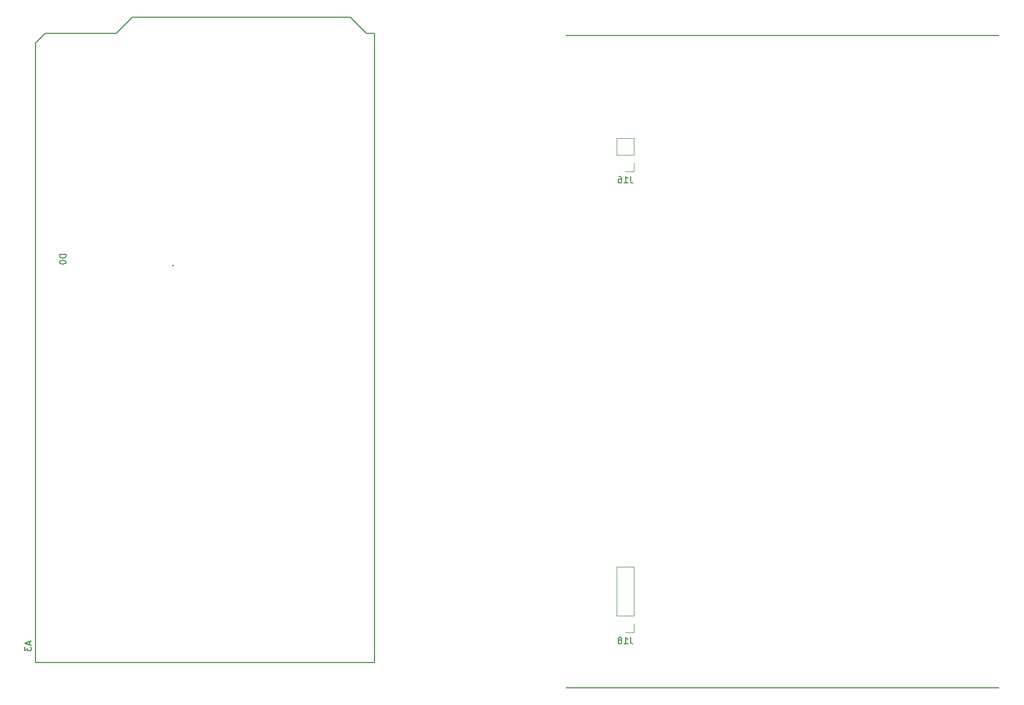
<source format=gbr>
%TF.GenerationSoftware,KiCad,Pcbnew,(7.0.0)*%
%TF.CreationDate,2023-11-10T08:28:01+01:00*%
%TF.ProjectId,AbuDhabi_ElectronBeam,41627544-6861-4626-995f-456c65637472,rev?*%
%TF.SameCoordinates,PXa6e49c0PYcef2840*%
%TF.FileFunction,Legend,Bot*%
%TF.FilePolarity,Positive*%
%FSLAX46Y46*%
G04 Gerber Fmt 4.6, Leading zero omitted, Abs format (unit mm)*
G04 Created by KiCad (PCBNEW (7.0.0)) date 2023-11-10 08:28:01*
%MOMM*%
%LPD*%
G01*
G04 APERTURE LIST*
%ADD10C,0.200000*%
%ADD11C,0.150000*%
%ADD12C,0.120000*%
G04 APERTURE END LIST*
D10*
X171174000Y4550000D02*
X103102000Y4550000D01*
X171174000Y107187000D02*
X103102000Y107187000D01*
D11*
%TO.C,A3*%
X18625666Y11774286D02*
X18625666Y11298096D01*
X18911380Y11869524D02*
X17911380Y11536191D01*
X17911380Y11536191D02*
X18911380Y11202858D01*
X17911380Y10964762D02*
X17911380Y10345715D01*
X17911380Y10345715D02*
X18292333Y10679048D01*
X18292333Y10679048D02*
X18292333Y10536191D01*
X18292333Y10536191D02*
X18339952Y10440953D01*
X18339952Y10440953D02*
X18387571Y10393334D01*
X18387571Y10393334D02*
X18482809Y10345715D01*
X18482809Y10345715D02*
X18720904Y10345715D01*
X18720904Y10345715D02*
X18816142Y10393334D01*
X18816142Y10393334D02*
X18863761Y10440953D01*
X18863761Y10440953D02*
X18911380Y10536191D01*
X18911380Y10536191D02*
X18911380Y10821905D01*
X18911380Y10821905D02*
X18863761Y10917143D01*
X18863761Y10917143D02*
X18816142Y10964762D01*
X41168142Y71004001D02*
X41215761Y71051620D01*
X41215761Y71051620D02*
X41263380Y71004001D01*
X41263380Y71004001D02*
X41215761Y70956382D01*
X41215761Y70956382D02*
X41168142Y71004001D01*
X41168142Y71004001D02*
X41263380Y71004001D01*
X24372380Y72758095D02*
X23372380Y72758095D01*
X23372380Y72758095D02*
X23372380Y72520000D01*
X23372380Y72520000D02*
X23420000Y72377143D01*
X23420000Y72377143D02*
X23515238Y72281905D01*
X23515238Y72281905D02*
X23610476Y72234286D01*
X23610476Y72234286D02*
X23800952Y72186667D01*
X23800952Y72186667D02*
X23943809Y72186667D01*
X23943809Y72186667D02*
X24134285Y72234286D01*
X24134285Y72234286D02*
X24229523Y72281905D01*
X24229523Y72281905D02*
X24324761Y72377143D01*
X24324761Y72377143D02*
X24372380Y72520000D01*
X24372380Y72520000D02*
X24372380Y72758095D01*
X23372380Y71567619D02*
X23372380Y71472381D01*
X23372380Y71472381D02*
X23420000Y71377143D01*
X23420000Y71377143D02*
X23467619Y71329524D01*
X23467619Y71329524D02*
X23562857Y71281905D01*
X23562857Y71281905D02*
X23753333Y71234286D01*
X23753333Y71234286D02*
X23991428Y71234286D01*
X23991428Y71234286D02*
X24181904Y71281905D01*
X24181904Y71281905D02*
X24277142Y71329524D01*
X24277142Y71329524D02*
X24324761Y71377143D01*
X24324761Y71377143D02*
X24372380Y71472381D01*
X24372380Y71472381D02*
X24372380Y71567619D01*
X24372380Y71567619D02*
X24324761Y71662857D01*
X24324761Y71662857D02*
X24277142Y71710476D01*
X24277142Y71710476D02*
X24181904Y71758095D01*
X24181904Y71758095D02*
X23991428Y71805714D01*
X23991428Y71805714D02*
X23753333Y71805714D01*
X23753333Y71805714D02*
X23562857Y71758095D01*
X23562857Y71758095D02*
X23467619Y71710476D01*
X23467619Y71710476D02*
X23420000Y71662857D01*
X23420000Y71662857D02*
X23372380Y71567619D01*
%TO.C,J16*%
X113207523Y85009620D02*
X113207523Y84295334D01*
X113207523Y84295334D02*
X113255142Y84152477D01*
X113255142Y84152477D02*
X113350380Y84057239D01*
X113350380Y84057239D02*
X113493237Y84009620D01*
X113493237Y84009620D02*
X113588475Y84009620D01*
X112207523Y84009620D02*
X112778951Y84009620D01*
X112493237Y84009620D02*
X112493237Y85009620D01*
X112493237Y85009620D02*
X112588475Y84866762D01*
X112588475Y84866762D02*
X112683713Y84771524D01*
X112683713Y84771524D02*
X112778951Y84723905D01*
X111350380Y85009620D02*
X111540856Y85009620D01*
X111540856Y85009620D02*
X111636094Y84962000D01*
X111636094Y84962000D02*
X111683713Y84914381D01*
X111683713Y84914381D02*
X111778951Y84771524D01*
X111778951Y84771524D02*
X111826570Y84581048D01*
X111826570Y84581048D02*
X111826570Y84200096D01*
X111826570Y84200096D02*
X111778951Y84104858D01*
X111778951Y84104858D02*
X111731332Y84057239D01*
X111731332Y84057239D02*
X111636094Y84009620D01*
X111636094Y84009620D02*
X111445618Y84009620D01*
X111445618Y84009620D02*
X111350380Y84057239D01*
X111350380Y84057239D02*
X111302761Y84104858D01*
X111302761Y84104858D02*
X111255142Y84200096D01*
X111255142Y84200096D02*
X111255142Y84438191D01*
X111255142Y84438191D02*
X111302761Y84533429D01*
X111302761Y84533429D02*
X111350380Y84581048D01*
X111350380Y84581048D02*
X111445618Y84628667D01*
X111445618Y84628667D02*
X111636094Y84628667D01*
X111636094Y84628667D02*
X111731332Y84581048D01*
X111731332Y84581048D02*
X111778951Y84533429D01*
X111778951Y84533429D02*
X111826570Y84438191D01*
%TO.C,J18*%
X113207523Y12455620D02*
X113207523Y11741334D01*
X113207523Y11741334D02*
X113255142Y11598477D01*
X113255142Y11598477D02*
X113350380Y11503239D01*
X113350380Y11503239D02*
X113493237Y11455620D01*
X113493237Y11455620D02*
X113588475Y11455620D01*
X112207523Y11455620D02*
X112778951Y11455620D01*
X112493237Y11455620D02*
X112493237Y12455620D01*
X112493237Y12455620D02*
X112588475Y12312762D01*
X112588475Y12312762D02*
X112683713Y12217524D01*
X112683713Y12217524D02*
X112778951Y12169905D01*
X111636094Y12027048D02*
X111731332Y12074667D01*
X111731332Y12074667D02*
X111778951Y12122286D01*
X111778951Y12122286D02*
X111826570Y12217524D01*
X111826570Y12217524D02*
X111826570Y12265143D01*
X111826570Y12265143D02*
X111778951Y12360381D01*
X111778951Y12360381D02*
X111731332Y12408000D01*
X111731332Y12408000D02*
X111636094Y12455620D01*
X111636094Y12455620D02*
X111445618Y12455620D01*
X111445618Y12455620D02*
X111350380Y12408000D01*
X111350380Y12408000D02*
X111302761Y12360381D01*
X111302761Y12360381D02*
X111255142Y12265143D01*
X111255142Y12265143D02*
X111255142Y12217524D01*
X111255142Y12217524D02*
X111302761Y12122286D01*
X111302761Y12122286D02*
X111350380Y12074667D01*
X111350380Y12074667D02*
X111445618Y12027048D01*
X111445618Y12027048D02*
X111636094Y12027048D01*
X111636094Y12027048D02*
X111731332Y11979429D01*
X111731332Y11979429D02*
X111778951Y11931810D01*
X111778951Y11931810D02*
X111826570Y11836572D01*
X111826570Y11836572D02*
X111826570Y11646096D01*
X111826570Y11646096D02*
X111778951Y11550858D01*
X111778951Y11550858D02*
X111731332Y11503239D01*
X111731332Y11503239D02*
X111636094Y11455620D01*
X111636094Y11455620D02*
X111445618Y11455620D01*
X111445618Y11455620D02*
X111350380Y11503239D01*
X111350380Y11503239D02*
X111302761Y11550858D01*
X111302761Y11550858D02*
X111255142Y11646096D01*
X111255142Y11646096D02*
X111255142Y11836572D01*
X111255142Y11836572D02*
X111302761Y11931810D01*
X111302761Y11931810D02*
X111350380Y11979429D01*
X111350380Y11979429D02*
X111445618Y12027048D01*
%TO.C,A3*%
X19560000Y8520000D02*
X72900000Y8520000D01*
X19560000Y8520000D02*
X19560000Y106056000D01*
X72900000Y8520000D02*
X72900000Y107580000D01*
X19560000Y106056000D02*
X21084000Y107580000D01*
X32260000Y107580000D02*
X21084000Y107580000D01*
X71630000Y107580000D02*
X69090000Y110120000D01*
X72900000Y107580000D02*
X71630000Y107580000D01*
X34800000Y110120000D02*
X32260000Y107580000D01*
X69090000Y110120000D02*
X34800000Y110120000D01*
D12*
%TO.C,J16*%
X111068000Y91017000D02*
X113728000Y91017000D01*
X111068000Y88417000D02*
X111068000Y91017000D01*
X111068000Y88417000D02*
X113728000Y88417000D01*
X112398000Y85817000D02*
X113728000Y85817000D01*
X113728000Y88417000D02*
X113728000Y91017000D01*
X113728000Y85817000D02*
X113728000Y87147000D01*
%TO.C,J18*%
X111068000Y23543000D02*
X113728000Y23543000D01*
X111068000Y15863000D02*
X111068000Y23543000D01*
X111068000Y15863000D02*
X113728000Y15863000D01*
X112398000Y13263000D02*
X113728000Y13263000D01*
X113728000Y15863000D02*
X113728000Y23543000D01*
X113728000Y13263000D02*
X113728000Y14593000D01*
%TD*%
M02*

</source>
